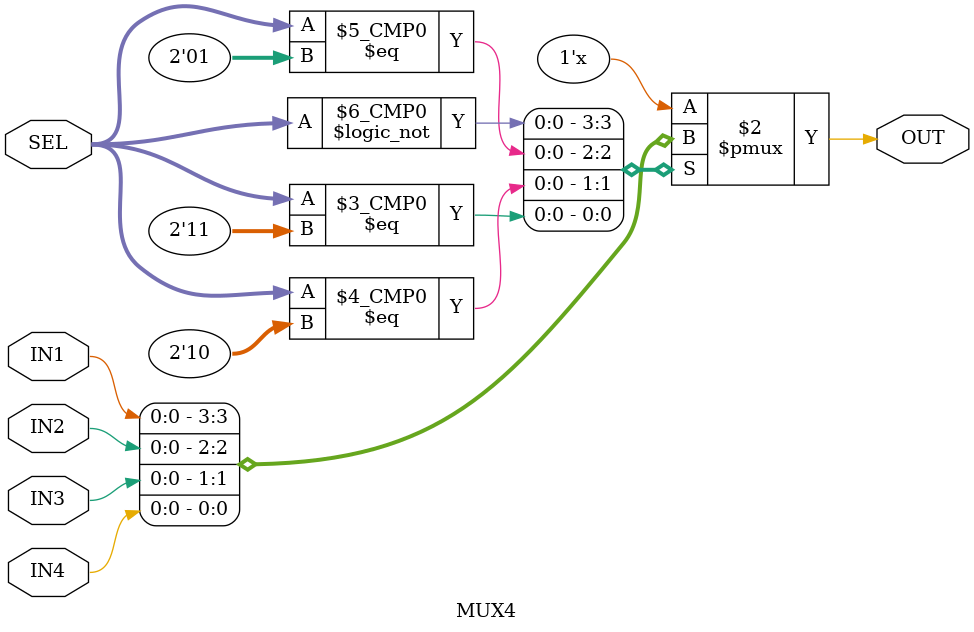
<source format=v>
`timescale 1ns / 1ps

module MUX4( IN1 , IN2 , IN3 , IN4 , SEL , OUT);
parameter N = 1;
input [N-1 : 0] IN1 , IN2 , IN3 , IN4 ;
input [1 : 0] SEL;
output [N-1 : 0] OUT;

reg [N-1 : 0] OUT;

always @(IN1 or IN2 or IN3 or IN4 or SEL)
begin
	case (SEL)
		2'b00 : OUT = IN1; 
		2'b01 : OUT = IN2; 
		2'b10 : OUT = IN3; 
		2'b11 : OUT = IN4; 
	endcase
end

endmodule

</source>
